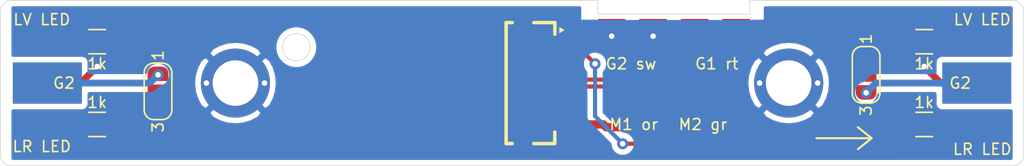
<source format=kicad_pcb>
(kicad_pcb (version 20171130) (host pcbnew "(5.1.10-1-10_14)")

  (general
    (thickness 1.6)
    (drawings 18)
    (tracks 96)
    (zones 0)
    (modules 23)
    (nets 16)
  )

  (page A4)
  (title_block
    (title "Minitrix 2959 mtc14-Platine")
    (date 2022-10-04)
    (rev 1.0)
    (company TMO)
    (comment 1 "Platine mit mtc14-Schnittstelle")
    (comment 2 "Minitrix Lok V160 Spur N")
  )

  (layers
    (0 F.Cu signal)
    (31 B.Cu signal)
    (32 B.Adhes user)
    (33 F.Adhes user)
    (34 B.Paste user)
    (35 F.Paste user)
    (36 B.SilkS user)
    (37 F.SilkS user)
    (38 B.Mask user)
    (39 F.Mask user)
    (40 Dwgs.User user)
    (41 Cmts.User user)
    (42 Eco1.User user)
    (43 Eco2.User user)
    (44 Edge.Cuts user)
    (45 Margin user)
    (46 B.CrtYd user)
    (47 F.CrtYd user)
    (48 B.Fab user)
    (49 F.Fab user)
  )

  (setup
    (last_trace_width 0.25)
    (user_trace_width 0.3)
    (user_trace_width 0.5)
    (user_trace_width 0.6)
    (trace_clearance 0.2)
    (zone_clearance 0.4)
    (zone_45_only no)
    (trace_min 0.2)
    (via_size 0.8)
    (via_drill 0.4)
    (via_min_size 0.4)
    (via_min_drill 0.3)
    (uvia_size 0.3)
    (uvia_drill 0.1)
    (uvias_allowed no)
    (uvia_min_size 0.2)
    (uvia_min_drill 0.1)
    (edge_width 0.05)
    (segment_width 0.2)
    (pcb_text_width 0.3)
    (pcb_text_size 1.5 1.5)
    (mod_edge_width 0.12)
    (mod_text_size 1 1)
    (mod_text_width 0.15)
    (pad_size 2 2.5)
    (pad_drill 0)
    (pad_to_mask_clearance 0)
    (aux_axis_origin 0 0)
    (visible_elements FFFFFF7F)
    (pcbplotparams
      (layerselection 0x010fc_ffffffff)
      (usegerberextensions true)
      (usegerberattributes true)
      (usegerberadvancedattributes true)
      (creategerberjobfile false)
      (excludeedgelayer true)
      (linewidth 0.150000)
      (plotframeref false)
      (viasonmask false)
      (mode 1)
      (useauxorigin false)
      (hpglpennumber 1)
      (hpglpenspeed 20)
      (hpglpendiameter 15.000000)
      (psnegative false)
      (psa4output false)
      (plotreference true)
      (plotvalue true)
      (plotinvisibletext false)
      (padsonsilk false)
      (subtractmaskfromsilk true)
      (outputformat 1)
      (mirror false)
      (drillshape 0)
      (scaleselection 1)
      (outputdirectory "gerber/"))
  )

  (net 0 "")
  (net 1 G2)
  (net 2 G1)
  (net 3 LR)
  (net 4 GND)
  (net 5 M1)
  (net 6 M2)
  (net 7 LV)
  (net 8 "Net-(J31-Pad1)")
  (net 9 "Net-(J32-Pad1)")
  (net 10 "Net-(J34-Pad1)")
  (net 11 "Net-(J41-Pad1)")
  (net 12 "Net-(J42-Pad1)")
  (net 13 "Net-(J44-Pad1)")
  (net 14 "Net-(JP1-Pad1)")
  (net 15 "Net-(JP2-Pad3)")

  (net_class Default "This is the default net class."
    (clearance 0.2)
    (trace_width 0.25)
    (via_dia 0.8)
    (via_drill 0.4)
    (uvia_dia 0.3)
    (uvia_drill 0.1)
    (add_net G1)
    (add_net G2)
    (add_net GND)
    (add_net LR)
    (add_net LV)
    (add_net M1)
    (add_net M2)
    (add_net "Net-(J31-Pad1)")
    (add_net "Net-(J32-Pad1)")
    (add_net "Net-(J34-Pad1)")
    (add_net "Net-(J41-Pad1)")
    (add_net "Net-(J42-Pad1)")
    (add_net "Net-(J44-Pad1)")
    (add_net "Net-(JP1-Pad1)")
    (add_net "Net-(JP2-Pad3)")
  )

  (module "TMO:FPC-SMD_14P-P0.5_HDGC_0.5K-QX-14PWB_HandSoldering_(mtc14)" (layer F.Cu) (tedit 6335D40C) (tstamp 633C6B07)
    (at 114.2 86 270)
    (descr "HDGC FFC/FPC connector, 0.5K-QX-14PWB, 14 Pins per row, pitch 0.5, HandSoldering_(mtc14)")
    (tags "connector FFC FPC HDGC")
    (path /633C3DFF)
    (attr smd)
    (fp_text reference J1 (at -0.075 -3.3 90) (layer F.SilkS) hide
      (effects (font (size 1 1) (thickness 0.15)))
    )
    (fp_text value mtc14 (at -0.075 4 90) (layer F.Fab) hide
      (effects (font (size 1 1) (thickness 0.15)))
    )
    (fp_line (start 4.385 0.622) (end 4.385 -0.889) (layer F.SilkS) (width 0.254))
    (fp_line (start 4.385 -0.889) (end 3.556 -0.889) (layer F.SilkS) (width 0.254))
    (fp_line (start 4.385 2.628) (end 4.385 2.188) (layer F.SilkS) (width 0.254))
    (fp_line (start 4.385 2.628) (end -4.385 2.628) (layer F.SilkS) (width 0.254))
    (fp_line (start -4.385 0.622) (end -4.385 -0.897) (layer F.SilkS) (width 0.254))
    (fp_line (start -4.385 -0.897) (end -3.54 -0.897) (layer F.SilkS) (width 0.254))
    (fp_line (start -4.385 2.628) (end -4.385 2.188) (layer F.SilkS) (width 0.254))
    (fp_poly (pts (xy -4.068 -1.215) (xy -3.85 -1.596) (xy -3.596 -1.215) (xy -4.068 -1.215)) (layer F.SilkS) (width 0))
    (fp_poly (pts (xy -4.119 -1.126) (xy -3.901 -1.507) (xy -3.647 -1.126) (xy -4.119 -1.126)) (layer Cmts.User) (width 0))
    (fp_text user gge385 (at 0 0 90) (layer Cmts.User) hide
      (effects (font (size 1 1) (thickness 0.15)))
    )
    (pad 16 smd rect (at -4.5 1.405 270) (size 1.1 1.15) (layers F.Cu F.Paste F.Mask))
    (pad 15 smd rect (at 4.5 1.405 270) (size 1.1 1.15) (layers F.Cu F.Paste F.Mask))
    (pad 14 smd rect (at 3.25 -1.705 270) (size 0.3 1.25) (layers F.Cu F.Paste F.Mask)
      (net 2 G1))
    (pad 13 smd rect (at 2.75 -1.705 270) (size 0.3 1.25) (layers F.Cu F.Paste F.Mask)
      (net 2 G1))
    (pad 12 smd rect (at 2.25 -1.705 270) (size 0.3 1.25) (layers F.Cu F.Paste F.Mask)
      (net 3 LR))
    (pad 11 smd rect (at 1.75 -1.705 270) (size 0.3 1.25) (layers F.Cu F.Paste F.Mask))
    (pad 10 smd rect (at 1.25 -1.705 270) (size 0.3 1.25) (layers F.Cu F.Paste F.Mask))
    (pad 9 smd rect (at 0.75 -1.705 270) (size 0.3 1.25) (layers F.Cu F.Paste F.Mask)
      (net 4 GND))
    (pad 8 smd rect (at 0.25 -1.705 270) (size 0.3 1.25) (layers F.Cu F.Paste F.Mask)
      (net 5 M1))
    (pad 7 smd rect (at -0.25 -1.705 270) (size 0.3 1.25) (layers F.Cu F.Paste F.Mask)
      (net 6 M2))
    (pad 6 smd rect (at -0.75 -1.705 270) (size 0.3 1.25) (layers F.Cu F.Paste F.Mask)
      (net 4 GND))
    (pad 5 smd rect (at -1.25 -1.705 270) (size 0.3 1.25) (layers F.Cu F.Paste F.Mask))
    (pad 4 smd rect (at -1.75 -1.705 270) (size 0.3 1.25) (layers F.Cu F.Paste F.Mask))
    (pad 3 smd rect (at -2.25 -1.705 270) (size 0.3 1.25) (layers F.Cu F.Paste F.Mask)
      (net 7 LV))
    (pad 2 smd rect (at -2.75 -1.705 270) (size 0.3 1.25) (layers F.Cu F.Paste F.Mask)
      (net 1 G2))
    (pad 1 smd rect (at -3.25 -1.7 270) (size 0.3 1.25) (layers F.Cu F.Paste F.Mask)
      (net 1 G2))
  )

  (module Measurement_Points:Measurement_Point_Square-SMD-Pad_Big (layer B.Cu) (tedit 633C817D) (tstamp 633C7A9D)
    (at 145.6 86)
    (descr "Mesurement Point, Square, SMD Pad,  3mm x 3mm,")
    (tags "Mesurement Point Square SMD Pad 3x3mm")
    (path /633D5EB9)
    (attr virtual)
    (fp_text reference J31 (at 0 3) (layer B.SilkS) hide
      (effects (font (size 1 1) (thickness 0.15)) (justify mirror))
    )
    (fp_text value "LV Lampe vorne" (at 0 -3) (layer B.Fab) hide
      (effects (font (size 1 1) (thickness 0.15)) (justify mirror))
    )
    (fp_line (start -1.75 1.75) (end 1.75 1.75) (layer B.CrtYd) (width 0.05))
    (fp_line (start 1.75 1.75) (end 1.75 -1.75) (layer B.CrtYd) (width 0.05))
    (fp_line (start 1.75 -1.75) (end -1.75 -1.75) (layer B.CrtYd) (width 0.05))
    (fp_line (start -1.75 -1.75) (end -1.75 1.75) (layer B.CrtYd) (width 0.05))
    (pad 1 smd rect (at 0 0) (size 5 3) (layers B.Cu B.Mask)
      (net 8 "Net-(J31-Pad1)"))
  )

  (module Measurement_Points:Measurement_Point_Square-SMD-Pad_Big (layer B.Cu) (tedit 633C8139) (tstamp 633C6B6A)
    (at 78.4 86)
    (descr "Mesurement Point, Square, SMD Pad,  3mm x 3mm,")
    (tags "Mesurement Point Square SMD Pad 3x3mm")
    (path /633D63DF)
    (attr virtual)
    (fp_text reference J41 (at 0 3) (layer B.SilkS) hide
      (effects (font (size 1 1) (thickness 0.15)) (justify mirror))
    )
    (fp_text value "LR Lampe hinten" (at 0 -3) (layer B.Fab) hide
      (effects (font (size 1 1) (thickness 0.15)) (justify mirror))
    )
    (fp_line (start -1.75 -1.75) (end -1.75 1.75) (layer B.CrtYd) (width 0.05))
    (fp_line (start 1.75 -1.75) (end -1.75 -1.75) (layer B.CrtYd) (width 0.05))
    (fp_line (start 1.75 1.75) (end 1.75 -1.75) (layer B.CrtYd) (width 0.05))
    (fp_line (start -1.75 1.75) (end 1.75 1.75) (layer B.CrtYd) (width 0.05))
    (pad 1 smd rect (at 0 0) (size 5 3) (layers B.Cu B.Mask)
      (net 11 "Net-(J41-Pad1)"))
  )

  (module Jumper:SolderJumper-3_P1.3mm_Open_RoundedPad1.0x1.5mm_NumberLabels (layer F.Cu) (tedit 5B391ED1) (tstamp 633C6B9A)
    (at 137.6 85.4 270)
    (descr "SMD Solder 3-pad Jumper, 1x1.5mm rounded Pads, 0.3mm gap, open, labeled with numbers")
    (tags "solder jumper open")
    (path /633D50CD)
    (attr virtual)
    (fp_text reference JP1 (at 0 -1.8 90) (layer F.SilkS) hide
      (effects (font (size 1 1) (thickness 0.15)))
    )
    (fp_text value SolderJumper_2_Open (at 0 1.9 90) (layer F.Fab) hide
      (effects (font (size 1 1) (thickness 0.15)))
    )
    (fp_line (start 2.3 1.25) (end -2.3 1.25) (layer F.CrtYd) (width 0.05))
    (fp_line (start 2.3 1.25) (end 2.3 -1.25) (layer F.CrtYd) (width 0.05))
    (fp_line (start -2.3 -1.25) (end -2.3 1.25) (layer F.CrtYd) (width 0.05))
    (fp_line (start -2.3 -1.25) (end 2.3 -1.25) (layer F.CrtYd) (width 0.05))
    (fp_line (start -1.4 -1) (end 1.4 -1) (layer F.SilkS) (width 0.12))
    (fp_line (start 2.05 -0.3) (end 2.05 0.3) (layer F.SilkS) (width 0.12))
    (fp_line (start 1.4 1) (end -1.4 1) (layer F.SilkS) (width 0.12))
    (fp_line (start -2.05 0.3) (end -2.05 -0.3) (layer F.SilkS) (width 0.12))
    (fp_text user 3 (at 2.6 0 90) (layer F.SilkS)
      (effects (font (size 0.8 0.8) (thickness 0.12)))
    )
    (fp_text user 1 (at -2.6 0 90) (layer F.SilkS)
      (effects (font (size 0.8 0.8) (thickness 0.12)))
    )
    (fp_arc (start 1.35 -0.3) (end 2.05 -0.3) (angle -90) (layer F.SilkS) (width 0.12))
    (fp_arc (start 1.35 0.3) (end 1.35 1) (angle -90) (layer F.SilkS) (width 0.12))
    (fp_arc (start -1.35 0.3) (end -2.05 0.3) (angle -90) (layer F.SilkS) (width 0.12))
    (fp_arc (start -1.35 -0.3) (end -1.35 -1) (angle -90) (layer F.SilkS) (width 0.12))
    (pad 1 smd custom (at -1.3 0 270) (size 1 0.5) (layers F.Cu F.Mask)
      (net 14 "Net-(JP1-Pad1)") (zone_connect 2)
      (options (clearance outline) (anchor rect))
      (primitives
        (gr_circle (center 0 0.25) (end 0.5 0.25) (width 0))
        (gr_circle (center 0 -0.25) (end 0.5 -0.25) (width 0))
        (gr_poly (pts
           (xy 0.55 -0.75) (xy 0 -0.75) (xy 0 0.75) (xy 0.55 0.75)) (width 0))
      ))
    (pad 3 smd custom (at 1.3 0 270) (size 1 0.5) (layers F.Cu F.Mask)
      (net 8 "Net-(J31-Pad1)") (zone_connect 2)
      (options (clearance outline) (anchor rect))
      (primitives
        (gr_circle (center 0 0.25) (end 0.5 0.25) (width 0))
        (gr_circle (center 0 -0.25) (end 0.5 -0.25) (width 0))
        (gr_poly (pts
           (xy -0.55 -0.75) (xy 0 -0.75) (xy 0 0.75) (xy -0.55 0.75)) (width 0))
      ))
    (pad 2 smd rect (at 0 0 270) (size 1 1.5) (layers F.Cu F.Mask)
      (net 7 LV))
  )

  (module Jumper:SolderJumper-3_P1.3mm_Open_RoundedPad1.0x1.5mm_NumberLabels (layer F.Cu) (tedit 5B391ED1) (tstamp 633DBB0A)
    (at 86.4 86.6 270)
    (descr "SMD Solder 3-pad Jumper, 1x1.5mm rounded Pads, 0.3mm gap, open, labeled with numbers")
    (tags "solder jumper open")
    (path /633D5A04)
    (attr virtual)
    (fp_text reference JP2 (at 0 -1.8 90) (layer F.SilkS) hide
      (effects (font (size 1 1) (thickness 0.15)))
    )
    (fp_text value SolderJumper_2_Open (at 0 1.9 90) (layer F.Fab) hide
      (effects (font (size 1 1) (thickness 0.15)))
    )
    (fp_line (start -2.05 0.3) (end -2.05 -0.3) (layer F.SilkS) (width 0.12))
    (fp_line (start 1.4 1) (end -1.4 1) (layer F.SilkS) (width 0.12))
    (fp_line (start 2.05 -0.3) (end 2.05 0.3) (layer F.SilkS) (width 0.12))
    (fp_line (start -1.4 -1) (end 1.4 -1) (layer F.SilkS) (width 0.12))
    (fp_line (start -2.3 -1.25) (end 2.3 -1.25) (layer F.CrtYd) (width 0.05))
    (fp_line (start -2.3 -1.25) (end -2.3 1.25) (layer F.CrtYd) (width 0.05))
    (fp_line (start 2.3 1.25) (end 2.3 -1.25) (layer F.CrtYd) (width 0.05))
    (fp_line (start 2.3 1.25) (end -2.3 1.25) (layer F.CrtYd) (width 0.05))
    (fp_arc (start -1.35 -0.3) (end -1.35 -1) (angle -90) (layer F.SilkS) (width 0.12))
    (fp_arc (start -1.35 0.3) (end -2.05 0.3) (angle -90) (layer F.SilkS) (width 0.12))
    (fp_arc (start 1.35 0.3) (end 1.35 1) (angle -90) (layer F.SilkS) (width 0.12))
    (fp_arc (start 1.35 -0.3) (end 2.05 -0.3) (angle -90) (layer F.SilkS) (width 0.12))
    (fp_text user 1 (at -2.6 0 90) (layer F.SilkS)
      (effects (font (size 0.8 0.8) (thickness 0.12)))
    )
    (fp_text user 3 (at 2.6 0 90) (layer F.SilkS)
      (effects (font (size 0.8 0.8) (thickness 0.12)))
    )
    (pad 2 smd rect (at 0 0 270) (size 1 1.5) (layers F.Cu F.Mask)
      (net 3 LR))
    (pad 3 smd custom (at 1.3 0 270) (size 1 0.5) (layers F.Cu F.Mask)
      (net 15 "Net-(JP2-Pad3)") (zone_connect 2)
      (options (clearance outline) (anchor rect))
      (primitives
        (gr_circle (center 0 0.25) (end 0.5 0.25) (width 0))
        (gr_circle (center 0 -0.25) (end 0.5 -0.25) (width 0))
        (gr_poly (pts
           (xy -0.55 -0.75) (xy 0 -0.75) (xy 0 0.75) (xy -0.55 0.75)) (width 0))
      ))
    (pad 1 smd custom (at -1.3 0 270) (size 1 0.5) (layers F.Cu F.Mask)
      (net 11 "Net-(J41-Pad1)") (zone_connect 2)
      (options (clearance outline) (anchor rect))
      (primitives
        (gr_circle (center 0 0.25) (end 0.5 0.25) (width 0))
        (gr_circle (center 0 -0.25) (end 0.5 -0.25) (width 0))
        (gr_poly (pts
           (xy 0.55 -0.75) (xy 0 -0.75) (xy 0 0.75) (xy 0.55 0.75)) (width 0))
      ))
  )

  (module Resistors_SMD:R_0805_HandSoldering (layer F.Cu) (tedit 58E0A804) (tstamp 633C6BC0)
    (at 141.8 83)
    (descr "Resistor SMD 0805, hand soldering")
    (tags "resistor 0805")
    (path /633CFC27)
    (attr smd)
    (fp_text reference R1 (at 0 -1.7) (layer F.SilkS) hide
      (effects (font (size 1 1) (thickness 0.15)))
    )
    (fp_text value 1k (at 0 1.6) (layer F.SilkS)
      (effects (font (size 0.8 0.8) (thickness 0.12)))
    )
    (fp_line (start -1 0.62) (end -1 -0.62) (layer F.Fab) (width 0.1))
    (fp_line (start 1 0.62) (end -1 0.62) (layer F.Fab) (width 0.1))
    (fp_line (start 1 -0.62) (end 1 0.62) (layer F.Fab) (width 0.1))
    (fp_line (start -1 -0.62) (end 1 -0.62) (layer F.Fab) (width 0.1))
    (fp_line (start 0.6 0.88) (end -0.6 0.88) (layer F.SilkS) (width 0.12))
    (fp_line (start -0.6 -0.88) (end 0.6 -0.88) (layer F.SilkS) (width 0.12))
    (fp_line (start -2.35 -0.9) (end 2.35 -0.9) (layer F.CrtYd) (width 0.05))
    (fp_line (start -2.35 -0.9) (end -2.35 0.9) (layer F.CrtYd) (width 0.05))
    (fp_line (start 2.35 0.9) (end 2.35 -0.9) (layer F.CrtYd) (width 0.05))
    (fp_line (start 2.35 0.9) (end -2.35 0.9) (layer F.CrtYd) (width 0.05))
    (fp_text user %R (at 0 0) (layer F.Fab)
      (effects (font (size 0.5 0.5) (thickness 0.075)))
    )
    (pad 2 smd rect (at 1.35 0) (size 1.5 1.3) (layers F.Cu F.Paste F.Mask)
      (net 9 "Net-(J32-Pad1)"))
    (pad 1 smd rect (at -1.35 0) (size 1.5 1.3) (layers F.Cu F.Paste F.Mask)
      (net 14 "Net-(JP1-Pad1)"))
    (model ${KISYS3DMOD}/Resistors_SMD.3dshapes/R_0805.wrl
      (at (xyz 0 0 0))
      (scale (xyz 1 1 1))
      (rotate (xyz 0 0 0))
    )
  )

  (module Resistors_SMD:R_0805_HandSoldering (layer F.Cu) (tedit 58E0A804) (tstamp 633C6BD1)
    (at 141.8 89)
    (descr "Resistor SMD 0805, hand soldering")
    (tags "resistor 0805")
    (path /633D02F5)
    (attr smd)
    (fp_text reference R2 (at 0 -1.7) (layer F.SilkS) hide
      (effects (font (size 1 1) (thickness 0.15)))
    )
    (fp_text value 1k (at 0 -1.6) (layer F.SilkS)
      (effects (font (size 0.8 0.8) (thickness 0.12)))
    )
    (fp_line (start 2.35 0.9) (end -2.35 0.9) (layer F.CrtYd) (width 0.05))
    (fp_line (start 2.35 0.9) (end 2.35 -0.9) (layer F.CrtYd) (width 0.05))
    (fp_line (start -2.35 -0.9) (end -2.35 0.9) (layer F.CrtYd) (width 0.05))
    (fp_line (start -2.35 -0.9) (end 2.35 -0.9) (layer F.CrtYd) (width 0.05))
    (fp_line (start -0.6 -0.88) (end 0.6 -0.88) (layer F.SilkS) (width 0.12))
    (fp_line (start 0.6 0.88) (end -0.6 0.88) (layer F.SilkS) (width 0.12))
    (fp_line (start -1 -0.62) (end 1 -0.62) (layer F.Fab) (width 0.1))
    (fp_line (start 1 -0.62) (end 1 0.62) (layer F.Fab) (width 0.1))
    (fp_line (start 1 0.62) (end -1 0.62) (layer F.Fab) (width 0.1))
    (fp_line (start -1 0.62) (end -1 -0.62) (layer F.Fab) (width 0.1))
    (fp_text user %R (at 0 0) (layer F.Fab)
      (effects (font (size 0.5 0.5) (thickness 0.075)))
    )
    (pad 1 smd rect (at -1.35 0) (size 1.5 1.3) (layers F.Cu F.Paste F.Mask)
      (net 3 LR))
    (pad 2 smd rect (at 1.35 0) (size 1.5 1.3) (layers F.Cu F.Paste F.Mask)
      (net 10 "Net-(J34-Pad1)"))
    (model ${KISYS3DMOD}/Resistors_SMD.3dshapes/R_0805.wrl
      (at (xyz 0 0 0))
      (scale (xyz 1 1 1))
      (rotate (xyz 0 0 0))
    )
  )

  (module Resistors_SMD:R_0805_HandSoldering (layer F.Cu) (tedit 58E0A804) (tstamp 633C6BE2)
    (at 82 89 180)
    (descr "Resistor SMD 0805, hand soldering")
    (tags "resistor 0805")
    (path /633D0C8F)
    (attr smd)
    (fp_text reference R3 (at 0 -1.7) (layer F.SilkS) hide
      (effects (font (size 1 1) (thickness 0.15)))
    )
    (fp_text value 1k (at 0 1.6) (layer F.SilkS)
      (effects (font (size 0.8 0.8) (thickness 0.12)))
    )
    (fp_line (start -1 0.62) (end -1 -0.62) (layer F.Fab) (width 0.1))
    (fp_line (start 1 0.62) (end -1 0.62) (layer F.Fab) (width 0.1))
    (fp_line (start 1 -0.62) (end 1 0.62) (layer F.Fab) (width 0.1))
    (fp_line (start -1 -0.62) (end 1 -0.62) (layer F.Fab) (width 0.1))
    (fp_line (start 0.6 0.88) (end -0.6 0.88) (layer F.SilkS) (width 0.12))
    (fp_line (start -0.6 -0.88) (end 0.6 -0.88) (layer F.SilkS) (width 0.12))
    (fp_line (start -2.35 -0.9) (end 2.35 -0.9) (layer F.CrtYd) (width 0.05))
    (fp_line (start -2.35 -0.9) (end -2.35 0.9) (layer F.CrtYd) (width 0.05))
    (fp_line (start 2.35 0.9) (end 2.35 -0.9) (layer F.CrtYd) (width 0.05))
    (fp_line (start 2.35 0.9) (end -2.35 0.9) (layer F.CrtYd) (width 0.05))
    (fp_text user %R (at 0 0) (layer F.Fab)
      (effects (font (size 0.5 0.5) (thickness 0.075)))
    )
    (pad 2 smd rect (at 1.35 0 180) (size 1.5 1.3) (layers F.Cu F.Paste F.Mask)
      (net 12 "Net-(J42-Pad1)"))
    (pad 1 smd rect (at -1.35 0 180) (size 1.5 1.3) (layers F.Cu F.Paste F.Mask)
      (net 15 "Net-(JP2-Pad3)"))
    (model ${KISYS3DMOD}/Resistors_SMD.3dshapes/R_0805.wrl
      (at (xyz 0 0 0))
      (scale (xyz 1 1 1))
      (rotate (xyz 0 0 0))
    )
  )

  (module Resistors_SMD:R_0805_HandSoldering (layer F.Cu) (tedit 58E0A804) (tstamp 633C6BF3)
    (at 82 83 180)
    (descr "Resistor SMD 0805, hand soldering")
    (tags "resistor 0805")
    (path /633D1016)
    (attr smd)
    (fp_text reference R4 (at 0 -1.7) (layer F.SilkS) hide
      (effects (font (size 1 1) (thickness 0.15)))
    )
    (fp_text value 1k (at 0 -1.6) (layer F.SilkS)
      (effects (font (size 0.8 0.8) (thickness 0.12)))
    )
    (fp_line (start 2.35 0.9) (end -2.35 0.9) (layer F.CrtYd) (width 0.05))
    (fp_line (start 2.35 0.9) (end 2.35 -0.9) (layer F.CrtYd) (width 0.05))
    (fp_line (start -2.35 -0.9) (end -2.35 0.9) (layer F.CrtYd) (width 0.05))
    (fp_line (start -2.35 -0.9) (end 2.35 -0.9) (layer F.CrtYd) (width 0.05))
    (fp_line (start -0.6 -0.88) (end 0.6 -0.88) (layer F.SilkS) (width 0.12))
    (fp_line (start 0.6 0.88) (end -0.6 0.88) (layer F.SilkS) (width 0.12))
    (fp_line (start -1 -0.62) (end 1 -0.62) (layer F.Fab) (width 0.1))
    (fp_line (start 1 -0.62) (end 1 0.62) (layer F.Fab) (width 0.1))
    (fp_line (start 1 0.62) (end -1 0.62) (layer F.Fab) (width 0.1))
    (fp_line (start -1 0.62) (end -1 -0.62) (layer F.Fab) (width 0.1))
    (fp_text user %R (at 0 0) (layer F.Fab)
      (effects (font (size 0.5 0.5) (thickness 0.075)))
    )
    (pad 1 smd rect (at -1.35 0 180) (size 1.5 1.3) (layers F.Cu F.Paste F.Mask)
      (net 7 LV))
    (pad 2 smd rect (at 1.35 0 180) (size 1.5 1.3) (layers F.Cu F.Paste F.Mask)
      (net 13 "Net-(J44-Pad1)"))
    (model ${KISYS3DMOD}/Resistors_SMD.3dshapes/R_0805.wrl
      (at (xyz 0 0 0))
      (scale (xyz 1 1 1))
      (rotate (xyz 0 0 0))
    )
  )

  (module Measurement_Points:Measurement_Point_Square-SMD-Pad_Small (layer F.Cu) (tedit 633C8E8A) (tstamp 633C6FBF)
    (at 125.2 82.6)
    (descr "Mesurement Point, Square, SMD Pad,  1.5mm x 1.5mm,")
    (tags "Mesurement Point Square SMD Pad 1.5x1.5mm")
    (path /6341BB84)
    (attr virtual)
    (fp_text reference J11 (at 0 -2) (layer F.SilkS) hide
      (effects (font (size 1 1) (thickness 0.15)))
    )
    (fp_text value "G1 rt" (at 1.6 2) (layer F.SilkS)
      (effects (font (size 0.8 0.8) (thickness 0.12)))
    )
    (fp_line (start -1 -1) (end 1 -1) (layer F.CrtYd) (width 0.05))
    (fp_line (start 1 -1) (end 1 1) (layer F.CrtYd) (width 0.05))
    (fp_line (start 1 1) (end -1 1) (layer F.CrtYd) (width 0.05))
    (fp_line (start -1 1) (end -1 -1) (layer F.CrtYd) (width 0.05))
    (pad 1 smd rect (at 0 0) (size 2 2.5) (layers F.Cu F.Mask)
      (net 2 G1))
  )

  (module Measurement_Points:Measurement_Point_Square-SMD-Pad_Small (layer F.Cu) (tedit 633C8E90) (tstamp 633C6FC7)
    (at 128.2 82.6)
    (descr "Mesurement Point, Square, SMD Pad,  1.5mm x 1.5mm,")
    (tags "Mesurement Point Square SMD Pad 1.5x1.5mm")
    (path /633CE0BC)
    (attr virtual)
    (fp_text reference J12 (at 0 -2) (layer F.SilkS) hide
      (effects (font (size 1 1) (thickness 0.15)))
    )
    (fp_text value "G1 rt" (at 0 2) (layer F.Fab) hide
      (effects (font (size 1 1) (thickness 0.15)))
    )
    (fp_line (start -1 -1) (end 1 -1) (layer F.CrtYd) (width 0.05))
    (fp_line (start 1 -1) (end 1 1) (layer F.CrtYd) (width 0.05))
    (fp_line (start 1 1) (end -1 1) (layer F.CrtYd) (width 0.05))
    (fp_line (start -1 1) (end -1 -1) (layer F.CrtYd) (width 0.05))
    (pad 1 smd rect (at 0 0) (size 2 2.5) (layers F.Cu F.Mask)
      (net 2 G1))
  )

  (module Measurement_Points:Measurement_Point_Square-SMD-Pad_Small (layer F.Cu) (tedit 633C8E7D) (tstamp 633C6FCF)
    (at 119.2 82.6)
    (descr "Mesurement Point, Square, SMD Pad,  1.5mm x 1.5mm,")
    (tags "Mesurement Point Square SMD Pad 1.5x1.5mm")
    (path /633CDA40)
    (attr virtual)
    (fp_text reference J13 (at 0 -2) (layer F.SilkS) hide
      (effects (font (size 1 1) (thickness 0.15)))
    )
    (fp_text value "G2 sw" (at 1.4 2) (layer F.SilkS)
      (effects (font (size 0.8 0.8) (thickness 0.12)))
    )
    (fp_line (start -1 1) (end -1 -1) (layer F.CrtYd) (width 0.05))
    (fp_line (start 1 1) (end -1 1) (layer F.CrtYd) (width 0.05))
    (fp_line (start 1 -1) (end 1 1) (layer F.CrtYd) (width 0.05))
    (fp_line (start -1 -1) (end 1 -1) (layer F.CrtYd) (width 0.05))
    (pad 1 smd rect (at 0 0) (size 2 2.5) (layers F.Cu F.Mask)
      (net 1 G2))
  )

  (module Measurement_Points:Measurement_Point_Square-SMD-Pad_Small (layer F.Cu) (tedit 633C8E83) (tstamp 633C6FD7)
    (at 122.2 82.6)
    (descr "Mesurement Point, Square, SMD Pad,  1.5mm x 1.5mm,")
    (tags "Mesurement Point Square SMD Pad 1.5x1.5mm")
    (path /6341A571)
    (attr virtual)
    (fp_text reference J14 (at 0 -2) (layer F.SilkS) hide
      (effects (font (size 1 1) (thickness 0.15)))
    )
    (fp_text value "G2 sw" (at 0 2) (layer F.Fab) hide
      (effects (font (size 1 1) (thickness 0.15)))
    )
    (fp_line (start -1 1) (end -1 -1) (layer F.CrtYd) (width 0.05))
    (fp_line (start 1 1) (end -1 1) (layer F.CrtYd) (width 0.05))
    (fp_line (start 1 -1) (end 1 1) (layer F.CrtYd) (width 0.05))
    (fp_line (start -1 -1) (end 1 -1) (layer F.CrtYd) (width 0.05))
    (pad 1 smd rect (at 0 0) (size 2 2.5) (layers F.Cu F.Mask)
      (net 1 G2))
  )

  (module Measurement_Points:Measurement_Point_Square-SMD-Pad_Small (layer F.Cu) (tedit 633C8B0D) (tstamp 633C6FDF)
    (at 121.4 87)
    (descr "Mesurement Point, Square, SMD Pad,  1.5mm x 1.5mm,")
    (tags "Mesurement Point Square SMD Pad 1.5x1.5mm")
    (path /633CD544)
    (attr virtual)
    (fp_text reference J21 (at 0 -2) (layer F.SilkS) hide
      (effects (font (size 1 1) (thickness 0.15)))
    )
    (fp_text value "M1 or" (at -0.6 2) (layer F.SilkS)
      (effects (font (size 0.8 0.8) (thickness 0.12)))
    )
    (fp_line (start -1 -1) (end 1 -1) (layer F.CrtYd) (width 0.05))
    (fp_line (start 1 -1) (end 1 1) (layer F.CrtYd) (width 0.05))
    (fp_line (start 1 1) (end -1 1) (layer F.CrtYd) (width 0.05))
    (fp_line (start -1 1) (end -1 -1) (layer F.CrtYd) (width 0.05))
    (pad 1 smd rect (at 0 0) (size 2.5 2.5) (layers F.Cu F.Mask)
      (net 5 M1))
  )

  (module Measurement_Points:Measurement_Point_Square-SMD-Pad_Small (layer F.Cu) (tedit 633C8B13) (tstamp 633C6FE7)
    (at 125.2 87)
    (descr "Mesurement Point, Square, SMD Pad,  1.5mm x 1.5mm,")
    (tags "Mesurement Point Square SMD Pad 1.5x1.5mm")
    (path /633CC612)
    (attr virtual)
    (fp_text reference J22 (at 0 -2) (layer F.SilkS) hide
      (effects (font (size 1 1) (thickness 0.15)))
    )
    (fp_text value "M2 gr" (at 0.6 2) (layer F.SilkS)
      (effects (font (size 0.8 0.8) (thickness 0.12)))
    )
    (fp_line (start -1 1) (end -1 -1) (layer F.CrtYd) (width 0.05))
    (fp_line (start 1 1) (end -1 1) (layer F.CrtYd) (width 0.05))
    (fp_line (start 1 -1) (end 1 1) (layer F.CrtYd) (width 0.05))
    (fp_line (start -1 -1) (end 1 -1) (layer F.CrtYd) (width 0.05))
    (pad 1 smd rect (at 0 0) (size 2.5 2.5) (layers F.Cu F.Mask)
      (net 6 M2))
  )

  (module Measurement_Points:Measurement_Point_Square-SMD-Pad_Small (layer F.Cu) (tedit 633C8E3B) (tstamp 633C6FEF)
    (at 146.8 83)
    (descr "Mesurement Point, Square, SMD Pad,  1.5mm x 1.5mm,")
    (tags "Mesurement Point Square SMD Pad 1.5x1.5mm")
    (path /633CE4A7)
    (attr virtual)
    (fp_text reference J32 (at 0 -2) (layer F.SilkS) hide
      (effects (font (size 1 1) (thickness 0.15)))
    )
    (fp_text value "LV LED" (at -0.8 -1.6) (layer F.SilkS)
      (effects (font (size 0.8 0.8) (thickness 0.12)))
    )
    (fp_line (start -1 1) (end -1 -1) (layer F.CrtYd) (width 0.05))
    (fp_line (start 1 1) (end -1 1) (layer F.CrtYd) (width 0.05))
    (fp_line (start 1 -1) (end 1 1) (layer F.CrtYd) (width 0.05))
    (fp_line (start -1 -1) (end 1 -1) (layer F.CrtYd) (width 0.05))
    (pad 1 smd rect (at 0 0) (size 2.5 2) (layers F.Cu F.Mask)
      (net 9 "Net-(J32-Pad1)"))
  )

  (module Measurement_Points:Measurement_Point_Square-SMD-Pad_Small (layer F.Cu) (tedit 633C8E50) (tstamp 633C6FF7)
    (at 146.8 86)
    (descr "Mesurement Point, Square, SMD Pad,  1.5mm x 1.5mm,")
    (tags "Mesurement Point Square SMD Pad 1.5x1.5mm")
    (path /633CE821)
    (attr virtual)
    (fp_text reference J33 (at 0 -2) (layer F.SilkS) hide
      (effects (font (size 1 1) (thickness 0.15)))
    )
    (fp_text value G2 (at -2.4 0) (layer F.SilkS)
      (effects (font (size 0.8 0.8) (thickness 0.12)))
    )
    (fp_line (start -1 -1) (end 1 -1) (layer F.CrtYd) (width 0.05))
    (fp_line (start 1 -1) (end 1 1) (layer F.CrtYd) (width 0.05))
    (fp_line (start 1 1) (end -1 1) (layer F.CrtYd) (width 0.05))
    (fp_line (start -1 1) (end -1 -1) (layer F.CrtYd) (width 0.05))
    (pad 1 smd rect (at 0 0) (size 2.5 2) (layers F.Cu F.Mask)
      (net 1 G2))
  )

  (module Measurement_Points:Measurement_Point_Square-SMD-Pad_Small (layer F.Cu) (tedit 633C8E45) (tstamp 633C6FFF)
    (at 146.8 89)
    (descr "Mesurement Point, Square, SMD Pad,  1.5mm x 1.5mm,")
    (tags "Mesurement Point Square SMD Pad 1.5x1.5mm")
    (path /633CEC0F)
    (attr virtual)
    (fp_text reference J34 (at 0 -2) (layer F.SilkS) hide
      (effects (font (size 1 1) (thickness 0.15)))
    )
    (fp_text value "LR LED" (at -0.8 1.8) (layer F.SilkS)
      (effects (font (size 0.8 0.8) (thickness 0.12)))
    )
    (fp_line (start -1 1) (end -1 -1) (layer F.CrtYd) (width 0.05))
    (fp_line (start 1 1) (end -1 1) (layer F.CrtYd) (width 0.05))
    (fp_line (start 1 -1) (end 1 1) (layer F.CrtYd) (width 0.05))
    (fp_line (start -1 -1) (end 1 -1) (layer F.CrtYd) (width 0.05))
    (pad 1 smd rect (at 0 0) (size 2.5 2) (layers F.Cu F.Mask)
      (net 10 "Net-(J34-Pad1)"))
  )

  (module Measurement_Points:Measurement_Point_Square-SMD-Pad_Small (layer F.Cu) (tedit 633C8E2A) (tstamp 633C7007)
    (at 77.2 89)
    (descr "Mesurement Point, Square, SMD Pad,  1.5mm x 1.5mm,")
    (tags "Mesurement Point Square SMD Pad 1.5x1.5mm")
    (path /633CEF14)
    (attr virtual)
    (fp_text reference J42 (at 0 -2) (layer F.SilkS) hide
      (effects (font (size 1 1) (thickness 0.15)))
    )
    (fp_text value "LR LED" (at 0.8 1.6) (layer F.SilkS)
      (effects (font (size 0.8 0.8) (thickness 0.12)))
    )
    (fp_line (start -1 -1) (end 1 -1) (layer F.CrtYd) (width 0.05))
    (fp_line (start 1 -1) (end 1 1) (layer F.CrtYd) (width 0.05))
    (fp_line (start 1 1) (end -1 1) (layer F.CrtYd) (width 0.05))
    (fp_line (start -1 1) (end -1 -1) (layer F.CrtYd) (width 0.05))
    (pad 1 smd rect (at 0 0) (size 2.5 2) (layers F.Cu F.Mask)
      (net 12 "Net-(J42-Pad1)"))
  )

  (module Measurement_Points:Measurement_Point_Square-SMD-Pad_Small (layer F.Cu) (tedit 633C8E22) (tstamp 633C700F)
    (at 77.2 86)
    (descr "Mesurement Point, Square, SMD Pad,  1.5mm x 1.5mm,")
    (tags "Mesurement Point Square SMD Pad 1.5x1.5mm")
    (path /633CF215)
    (attr virtual)
    (fp_text reference J43 (at 0 -2) (layer F.SilkS) hide
      (effects (font (size 1 1) (thickness 0.15)))
    )
    (fp_text value G2 (at 2.4 0) (layer F.SilkS)
      (effects (font (size 0.8 0.8) (thickness 0.12)))
    )
    (fp_line (start -1 1) (end -1 -1) (layer F.CrtYd) (width 0.05))
    (fp_line (start 1 1) (end -1 1) (layer F.CrtYd) (width 0.05))
    (fp_line (start 1 -1) (end 1 1) (layer F.CrtYd) (width 0.05))
    (fp_line (start -1 -1) (end 1 -1) (layer F.CrtYd) (width 0.05))
    (pad 1 smd rect (at 0 0) (size 2.5 2) (layers F.Cu F.Mask)
      (net 1 G2))
  )

  (module Measurement_Points:Measurement_Point_Square-SMD-Pad_Small (layer F.Cu) (tedit 633C8E18) (tstamp 633C7017)
    (at 77.2 83)
    (descr "Mesurement Point, Square, SMD Pad,  1.5mm x 1.5mm,")
    (tags "Mesurement Point Square SMD Pad 1.5x1.5mm")
    (path /633CF59B)
    (attr virtual)
    (fp_text reference J44 (at 0 -2) (layer F.SilkS) hide
      (effects (font (size 1 1) (thickness 0.15)))
    )
    (fp_text value "LV LED" (at 0.8 -1.6) (layer F.SilkS)
      (effects (font (size 0.8 0.8) (thickness 0.12)))
    )
    (fp_line (start -1 -1) (end 1 -1) (layer F.CrtYd) (width 0.05))
    (fp_line (start 1 -1) (end 1 1) (layer F.CrtYd) (width 0.05))
    (fp_line (start 1 1) (end -1 1) (layer F.CrtYd) (width 0.05))
    (fp_line (start -1 1) (end -1 -1) (layer F.CrtYd) (width 0.05))
    (pad 1 smd rect (at 0 0) (size 2.5 2) (layers F.Cu F.Mask)
      (net 13 "Net-(J44-Pad1)"))
  )

  (module TMO:MountingHole_3.3mm_Pad_5mm (layer F.Cu) (tedit 633C88EC) (tstamp 633C8AB9)
    (at 132 86)
    (descr "Mounting Hole 3.2mm, M3")
    (tags "mounting hole 3.2mm m3")
    (path /633C71DC)
    (attr virtual)
    (fp_text reference H1 (at 0 -4.2) (layer F.SilkS) hide
      (effects (font (size 0.8 0.8) (thickness 0.12)))
    )
    (fp_text value Chassis (at 0 4.2) (layer F.Fab) hide
      (effects (font (size 0.8 0.8) (thickness 0.12)))
    )
    (fp_circle (center 0 0) (end 2.5 0) (layer Cmts.User) (width 0.15))
    (fp_circle (center 0 0) (end 2.75 0) (layer F.CrtYd) (width 0.05))
    (fp_text user %R (at 0.3 0) (layer F.Fab)
      (effects (font (size 1 1) (thickness 0.15)))
    )
    (pad 1 thru_hole circle (at 0 0) (size 5 5) (drill 3.3) (layers *.Cu *.Mask)
      (net 1 G2))
  )

  (module TMO:MountingHole_3.3mm_Pad_5mm (layer F.Cu) (tedit 633C88EC) (tstamp 633C8AC0)
    (at 92 86)
    (descr "Mounting Hole 3.2mm, M3")
    (tags "mounting hole 3.2mm m3")
    (path /633C987F)
    (attr virtual)
    (fp_text reference H2 (at 0 -4.2) (layer F.SilkS) hide
      (effects (font (size 0.8 0.8) (thickness 0.12)))
    )
    (fp_text value Chassis (at 0 4.2) (layer F.Fab) hide
      (effects (font (size 0.8 0.8) (thickness 0.12)))
    )
    (fp_circle (center 0 0) (end 2.75 0) (layer F.CrtYd) (width 0.05))
    (fp_circle (center 0 0) (end 2.5 0) (layer Cmts.User) (width 0.15))
    (fp_text user %R (at 0.3 0) (layer F.Fab)
      (effects (font (size 1 1) (thickness 0.15)))
    )
    (pad 1 thru_hole circle (at 0 0) (size 5 5) (drill 3.3) (layers *.Cu *.Mask)
      (net 1 G2))
  )

  (gr_text "Minitrix 2959\nmtc14-Platine\n2022 TMO Rev 1.0" (at 101.8 88.4) (layer F.Cu) (tstamp 633C9136)
    (effects (font (size 1 1) (thickness 0.15)))
  )
  (gr_line (start 138 90) (end 137 90.8) (layer F.SilkS) (width 0.15))
  (gr_line (start 137 89.2) (end 138 90) (layer F.SilkS) (width 0.15) (tstamp 633C8B43))
  (gr_line (start 134 90) (end 138 90) (layer F.SilkS) (width 0.15))
  (gr_arc (start 148.2 80.8) (end 149 80.8) (angle -90) (layer Edge.Cuts) (width 0.05))
  (gr_arc (start 148.2 91.2) (end 148.2 92) (angle -90) (layer Edge.Cuts) (width 0.05))
  (gr_arc (start 75.8 91.2) (end 75 91.2) (angle -90) (layer Edge.Cuts) (width 0.05))
  (gr_arc (start 75.8 80.8) (end 75.8 80) (angle -90) (layer Edge.Cuts) (width 0.05))
  (gr_line (start 129.2 80) (end 148.2 80) (layer Edge.Cuts) (width 0.05) (tstamp 633C79A8))
  (gr_line (start 129.2 81) (end 129.2 80) (layer Edge.Cuts) (width 0.05))
  (gr_line (start 118.2 81) (end 129.2 81) (layer Edge.Cuts) (width 0.05))
  (gr_line (start 118.2 80) (end 118.2 81) (layer Edge.Cuts) (width 0.05))
  (gr_circle (center 96.4 83.4) (end 97.4 83.4) (layer Edge.Cuts) (width 0.05) (tstamp 633C795A))
  (gr_line (start 75 91.2) (end 75 80.8) (layer Edge.Cuts) (width 0.05) (tstamp 633C6DFB))
  (gr_line (start 148.2 92) (end 75.8 92) (layer Edge.Cuts) (width 0.05))
  (gr_line (start 149 80.8) (end 149 91.2) (layer Edge.Cuts) (width 0.05))
  (gr_line (start 86 80) (end 118.2 80) (layer Edge.Cuts) (width 0.05))
  (gr_line (start 75.8 80) (end 86 80) (layer Edge.Cuts) (width 0.05))

  (via (at 94.1 86) (size 0.8) (drill 0.4) (layers F.Cu B.Cu) (net 1) (status 30))
  (via (at 89.9 86) (size 0.8) (drill 0.4) (layers F.Cu B.Cu) (net 1) (status 30))
  (via (at 129.9 86) (size 0.8) (drill 0.4) (layers F.Cu B.Cu) (net 1) (status 30))
  (via (at 134.1 86) (size 0.8) (drill 0.4) (layers F.Cu B.Cu) (net 1) (status 30))
  (segment (start 115.905 82.755) (end 115.9 82.75) (width 0.25) (layer F.Cu) (net 1) (status 30))
  (segment (start 115.9 83.245) (end 115.905 83.25) (width 0.25) (layer F.Cu) (net 1) (status 30))
  (segment (start 119.2 82.6) (end 122.2 82.6) (width 1) (layer F.Cu) (net 1) (status 30))
  (via (at 122.2 82.6) (size 0.8) (drill 0.4) (layers F.Cu B.Cu) (net 1) (status 30))
  (via (at 119.2 82.6) (size 0.8) (drill 0.4) (layers F.Cu B.Cu) (net 1) (status 30))
  (via (at 82 84.8) (size 0.8) (drill 0.4) (layers F.Cu B.Cu) (net 1))
  (via (at 141.8 84.8) (size 0.8) (drill 0.4) (layers F.Cu B.Cu) (net 1))
  (segment (start 119.05 82.75) (end 119.2 82.6) (width 0.3) (layer F.Cu) (net 1))
  (segment (start 115.9 82.75) (end 119.05 82.75) (width 0.3) (layer F.Cu) (net 1))
  (segment (start 115.905 83.25) (end 116.95 83.25) (width 0.3) (layer F.Cu) (net 1))
  (segment (start 116.95 83.25) (end 117.2 83) (width 0.3) (layer F.Cu) (net 1))
  (segment (start 118.8 83) (end 119.2 82.6) (width 0.3) (layer F.Cu) (net 1))
  (segment (start 117.2 83) (end 118.8 83) (width 0.3) (layer F.Cu) (net 1))
  (segment (start 143 86) (end 141.8 84.8) (width 0.5) (layer F.Cu) (net 1))
  (segment (start 146.8 86) (end 143 86) (width 0.5) (layer F.Cu) (net 1))
  (segment (start 80.8 86) (end 82 84.8) (width 0.5) (layer F.Cu) (net 1))
  (segment (start 77.2 86) (end 80.8 86) (width 0.5) (layer F.Cu) (net 1))
  (segment (start 125.2 82.6) (end 128.2 82.6) (width 1) (layer F.Cu) (net 2) (status 30))
  (segment (start 115.905 88.75) (end 115.905 89.25) (width 0.3) (layer F.Cu) (net 2))
  (segment (start 127 89.2) (end 118.8 89.2) (width 0.6) (layer F.Cu) (net 2))
  (segment (start 128.2 88) (end 127 89.2) (width 0.6) (layer F.Cu) (net 2))
  (segment (start 118.6 89) (end 117.4 89) (width 0.6) (layer F.Cu) (net 2))
  (segment (start 118.8 89.2) (end 118.6 89) (width 0.6) (layer F.Cu) (net 2))
  (segment (start 128.2 82.6) (end 128.2 88) (width 0.6) (layer F.Cu) (net 2))
  (segment (start 117.15 88.75) (end 117.4 89) (width 0.3) (layer F.Cu) (net 2))
  (segment (start 115.905 88.75) (end 117.15 88.75) (width 0.3) (layer F.Cu) (net 2))
  (segment (start 117.15 89.25) (end 117.4 89) (width 0.3) (layer F.Cu) (net 2))
  (segment (start 115.905 89.25) (end 117.15 89.25) (width 0.3) (layer F.Cu) (net 2))
  (segment (start 115.85 88.25) (end 115.825001 88.225001) (width 0.25) (layer F.Cu) (net 3) (status 30))
  (segment (start 115.905 88.25) (end 115.85 88.25) (width 0.25) (layer F.Cu) (net 3) (status 30))
  (segment (start 115.905 88.25) (end 114.75 88.25) (width 0.3) (layer F.Cu) (net 3))
  (segment (start 114.4 90.8) (end 115 91.4) (width 0.3) (layer F.Cu) (net 3))
  (segment (start 139.4 91.4) (end 140.45 90.35) (width 0.3) (layer F.Cu) (net 3))
  (segment (start 140.45 90.35) (end 140.45 89) (width 0.3) (layer F.Cu) (net 3))
  (segment (start 114.4 88.6) (end 114.4 90.8) (width 0.3) (layer F.Cu) (net 3))
  (segment (start 115 91.4) (end 139.4 91.4) (width 0.3) (layer F.Cu) (net 3))
  (segment (start 114.75 88.25) (end 114.4 88.6) (width 0.3) (layer F.Cu) (net 3))
  (segment (start 87.625 86.6) (end 86.4 86.6) (width 0.3) (layer F.Cu) (net 3))
  (segment (start 88.4 85.825) (end 87.625 86.6) (width 0.3) (layer F.Cu) (net 3))
  (segment (start 88.4 83.2) (end 88.4 85.825) (width 0.3) (layer F.Cu) (net 3))
  (segment (start 89.8 81.8) (end 88.4 83.2) (width 0.3) (layer F.Cu) (net 3))
  (segment (start 97.64644 81.8) (end 89.8 81.8) (width 0.3) (layer F.Cu) (net 3))
  (segment (start 110.9 84.4) (end 100.24644 84.4) (width 0.3) (layer F.Cu) (net 3))
  (segment (start 100.24644 84.4) (end 97.64644 81.8) (width 0.3) (layer F.Cu) (net 3))
  (segment (start 114.75 88.25) (end 110.9 84.4) (width 0.3) (layer F.Cu) (net 3))
  (segment (start 114.4 85.6) (end 114.4 86.4) (width 0.3) (layer F.Cu) (net 4))
  (segment (start 114.75 86.75) (end 115.905 86.75) (width 0.3) (layer F.Cu) (net 4))
  (segment (start 114.4 86.4) (end 114.75 86.75) (width 0.3) (layer F.Cu) (net 4))
  (segment (start 114.75 85.25) (end 114.4 85.6) (width 0.3) (layer F.Cu) (net 4))
  (segment (start 115.905 85.25) (end 114.75 85.25) (width 0.3) (layer F.Cu) (net 4))
  (segment (start 115.905 86.25) (end 118.65 86.25) (width 0.3) (layer F.Cu) (net 5))
  (segment (start 118.65 86.25) (end 119.4 87) (width 0.3) (layer F.Cu) (net 5))
  (segment (start 119.4 87) (end 121.4 87) (width 0.3) (layer F.Cu) (net 5))
  (segment (start 115.95 85.75) (end 115.974999 85.774999) (width 0.25) (layer F.Cu) (net 6) (status 30))
  (segment (start 115.905 85.75) (end 115.95 85.75) (width 0.25) (layer F.Cu) (net 6) (status 30))
  (segment (start 124.2 84.8) (end 125.2 85.8) (width 0.3) (layer F.Cu) (net 6))
  (segment (start 119.549992 84.8) (end 124.2 84.8) (width 0.3) (layer F.Cu) (net 6))
  (segment (start 118.599992 85.75) (end 119.549992 84.8) (width 0.3) (layer F.Cu) (net 6))
  (segment (start 125.2 85.8) (end 125.2 87) (width 0.3) (layer F.Cu) (net 6))
  (segment (start 115.905 85.75) (end 118.599992 85.75) (width 0.3) (layer F.Cu) (net 6))
  (segment (start 115.85 83.75) (end 115.825001 83.774999) (width 0.25) (layer F.Cu) (net 7) (status 30))
  (segment (start 115.905 83.75) (end 115.85 83.75) (width 0.25) (layer F.Cu) (net 7) (status 30))
  (via (at 118 84.599999) (size 0.8) (drill 0.4) (layers F.Cu B.Cu) (net 7))
  (via (at 120.000002 90.4) (size 0.8) (drill 0.4) (layers F.Cu B.Cu) (net 7))
  (segment (start 117.150001 83.75) (end 118 84.599999) (width 0.3) (layer F.Cu) (net 7))
  (segment (start 115.905 83.75) (end 117.150001 83.75) (width 0.3) (layer F.Cu) (net 7))
  (segment (start 118 88.399998) (end 120.000002 90.4) (width 0.3) (layer B.Cu) (net 7))
  (segment (start 118 84.599999) (end 118 88.399998) (width 0.3) (layer B.Cu) (net 7))
  (segment (start 135.6 86.2) (end 136.4 85.4) (width 0.3) (layer F.Cu) (net 7))
  (segment (start 133.2 90.4) (end 135.6 88) (width 0.3) (layer F.Cu) (net 7))
  (segment (start 136.4 85.4) (end 137.6 85.4) (width 0.3) (layer F.Cu) (net 7))
  (segment (start 135.6 88) (end 135.6 86.2) (width 0.3) (layer F.Cu) (net 7))
  (segment (start 120.000002 90.4) (end 133.2 90.4) (width 0.3) (layer F.Cu) (net 7))
  (segment (start 100.55 83.75) (end 115.905 83.75) (width 0.3) (layer F.Cu) (net 7))
  (segment (start 83.35 81.85) (end 84 81.2) (width 0.3) (layer F.Cu) (net 7))
  (segment (start 98 81.2) (end 100.55 83.75) (width 0.3) (layer F.Cu) (net 7))
  (segment (start 84 81.2) (end 98 81.2) (width 0.3) (layer F.Cu) (net 7))
  (segment (start 83.35 83) (end 83.35 81.85) (width 0.3) (layer F.Cu) (net 7))
  (via (at 137.6 86.7) (size 0.8) (drill 0.4) (layers F.Cu B.Cu) (net 8) (status 30))
  (segment (start 138.3 86) (end 137.6 86.7) (width 0.5) (layer B.Cu) (net 8))
  (segment (start 145.6 86) (end 138.3 86) (width 0.5) (layer B.Cu) (net 8))
  (segment (start 143.15 83) (end 146.8 83) (width 0.5) (layer F.Cu) (net 9))
  (segment (start 143.15 89) (end 146.8 89) (width 0.5) (layer F.Cu) (net 10))
  (via (at 86.4 85.4) (size 0.8) (drill 0.4) (layers F.Cu B.Cu) (net 11) (status 30))
  (segment (start 85.8 86) (end 86.4 85.4) (width 0.5) (layer B.Cu) (net 11))
  (segment (start 78.4 86) (end 85.8 86) (width 0.5) (layer B.Cu) (net 11))
  (segment (start 77.2 89) (end 80.65 89) (width 0.5) (layer F.Cu) (net 12))
  (segment (start 77.2 83) (end 80.65 83) (width 0.5) (layer F.Cu) (net 13))
  (segment (start 138.7 83) (end 137.6 84.1) (width 0.5) (layer F.Cu) (net 14))
  (segment (start 140.45 83) (end 138.7 83) (width 0.5) (layer F.Cu) (net 14))
  (segment (start 85.3 89) (end 86.4 87.9) (width 0.5) (layer F.Cu) (net 15))
  (segment (start 83.35 89) (end 85.3 89) (width 0.5) (layer F.Cu) (net 15))

  (zone (net 1) (net_name G2) (layer B.Cu) (tstamp 633DBF90) (hatch edge 0.508)
    (connect_pads (clearance 0.4))
    (min_thickness 0.25)
    (fill yes (arc_segments 32) (thermal_gap 0.4) (thermal_bridge_width 0.5))
    (polygon
      (pts
        (xy 117 81.4) (xy 130.2 81.4) (xy 130.2 80.4) (xy 148.2 80.4) (xy 148.2 91.6)
        (xy 75.8 91.6) (xy 75.8 80.4) (xy 117 80.4)
      )
    )
    (filled_polygon
      (pts
        (xy 116.875 81.4) (xy 116.877402 81.424386) (xy 116.884515 81.447835) (xy 116.896066 81.469446) (xy 116.911612 81.488388)
        (xy 116.930554 81.503934) (xy 116.952165 81.515485) (xy 116.975614 81.522598) (xy 117 81.525) (xy 118.036002 81.525)
        (xy 118.092181 81.542042) (xy 118.172982 81.55) (xy 118.2 81.552661) (xy 118.227018 81.55) (xy 129.172982 81.55)
        (xy 129.2 81.552661) (xy 129.227018 81.55) (xy 129.307819 81.542042) (xy 129.363998 81.525) (xy 130.2 81.525)
        (xy 130.224386 81.522598) (xy 130.247835 81.515485) (xy 130.269446 81.503934) (xy 130.288388 81.488388) (xy 130.303934 81.469446)
        (xy 130.315485 81.447835) (xy 130.322598 81.424386) (xy 130.325 81.4) (xy 130.325 80.55) (xy 148.075 80.55)
        (xy 148.075 83.97246) (xy 143.1 83.97246) (xy 142.997082 83.982597) (xy 142.898119 84.012617) (xy 142.806914 84.061367)
        (xy 142.726973 84.126973) (xy 142.661367 84.206914) (xy 142.612617 84.298119) (xy 142.582597 84.397082) (xy 142.57246 84.5)
        (xy 142.57246 85.225) (xy 138.338062 85.225) (xy 138.299999 85.221251) (xy 138.261936 85.225) (xy 138.261935 85.225)
        (xy 138.148074 85.236214) (xy 138.001986 85.28053) (xy 137.86735 85.352494) (xy 137.749341 85.449341) (xy 137.725076 85.478908)
        (xy 137.409143 85.794842) (xy 137.330187 85.810547) (xy 137.161848 85.880275) (xy 137.010347 85.981505) (xy 136.881505 86.110347)
        (xy 136.780275 86.261848) (xy 136.710547 86.430187) (xy 136.675 86.608895) (xy 136.675 86.791105) (xy 136.710547 86.969813)
        (xy 136.780275 87.138152) (xy 136.881505 87.289653) (xy 137.010347 87.418495) (xy 137.161848 87.519725) (xy 137.330187 87.589453)
        (xy 137.508895 87.625) (xy 137.691105 87.625) (xy 137.869813 87.589453) (xy 138.038152 87.519725) (xy 138.189653 87.418495)
        (xy 138.318495 87.289653) (xy 138.419725 87.138152) (xy 138.489453 86.969813) (xy 138.505158 86.890857) (xy 138.621015 86.775)
        (xy 142.57246 86.775) (xy 142.57246 87.5) (xy 142.582597 87.602918) (xy 142.612617 87.701881) (xy 142.661367 87.793086)
        (xy 142.726973 87.873027) (xy 142.806914 87.938633) (xy 142.898119 87.987383) (xy 142.997082 88.017403) (xy 143.1 88.02754)
        (xy 148.075 88.02754) (xy 148.075 91.45) (xy 75.925 91.45) (xy 75.925 88.143029) (xy 90.033748 88.143029)
        (xy 90.315985 88.530511) (xy 90.842021 88.810423) (xy 91.412557 88.982332) (xy 92.005668 89.039631) (xy 92.598562 88.98012)
        (xy 93.168453 88.806084) (xy 93.684015 88.530511) (xy 93.966252 88.143029) (xy 92 86.176777) (xy 90.033748 88.143029)
        (xy 75.925 88.143029) (xy 75.925 88.02754) (xy 80.9 88.02754) (xy 81.002918 88.017403) (xy 81.101881 87.987383)
        (xy 81.193086 87.938633) (xy 81.273027 87.873027) (xy 81.338633 87.793086) (xy 81.387383 87.701881) (xy 81.417403 87.602918)
        (xy 81.42754 87.5) (xy 81.42754 86.775) (xy 85.761937 86.775) (xy 85.8 86.778749) (xy 85.838063 86.775)
        (xy 85.838065 86.775) (xy 85.951926 86.763786) (xy 86.098014 86.71947) (xy 86.23265 86.647506) (xy 86.350659 86.550659)
        (xy 86.374932 86.521082) (xy 86.590856 86.305158) (xy 86.669813 86.289453) (xy 86.838152 86.219725) (xy 86.989653 86.118495)
        (xy 87.10248 86.005668) (xy 88.960369 86.005668) (xy 89.01988 86.598562) (xy 89.193916 87.168453) (xy 89.469489 87.684015)
        (xy 89.856971 87.966252) (xy 91.823223 86) (xy 92.176777 86) (xy 94.143029 87.966252) (xy 94.530511 87.684015)
        (xy 94.810423 87.157979) (xy 94.982332 86.587443) (xy 95.039631 85.994332) (xy 94.98012 85.401438) (xy 94.806084 84.831547)
        (xy 94.530511 84.315985) (xy 94.143029 84.033748) (xy 92.176777 86) (xy 91.823223 86) (xy 89.856971 84.033748)
        (xy 89.469489 84.315985) (xy 89.189577 84.842021) (xy 89.017668 85.412557) (xy 88.960369 86.005668) (xy 87.10248 86.005668)
        (xy 87.118495 85.989653) (xy 87.219725 85.838152) (xy 87.289453 85.669813) (xy 87.325 85.491105) (xy 87.325 85.308895)
        (xy 87.289453 85.130187) (xy 87.219725 84.961848) (xy 87.118495 84.810347) (xy 86.989653 84.681505) (xy 86.838152 84.580275)
        (xy 86.669813 84.510547) (xy 86.491105 84.475) (xy 86.308895 84.475) (xy 86.130187 84.510547) (xy 85.961848 84.580275)
        (xy 85.810347 84.681505) (xy 85.681505 84.810347) (xy 85.580275 84.961848) (xy 85.510547 85.130187) (xy 85.494842 85.209144)
        (xy 85.478986 85.225) (xy 81.42754 85.225) (xy 81.42754 84.5) (xy 81.417403 84.397082) (xy 81.387383 84.298119)
        (xy 81.338633 84.206914) (xy 81.273027 84.126973) (xy 81.193086 84.061367) (xy 81.101881 84.012617) (xy 81.002918 83.982597)
        (xy 80.9 83.97246) (xy 75.925 83.97246) (xy 75.925 83.856971) (xy 90.033748 83.856971) (xy 92 85.823223)
        (xy 93.966252 83.856971) (xy 93.684015 83.469489) (xy 93.264227 83.246113) (xy 94.83756 83.246113) (xy 94.83756 83.553887)
        (xy 94.897604 83.855747) (xy 95.015384 84.140093) (xy 95.186374 84.395997) (xy 95.404003 84.613626) (xy 95.659907 84.784616)
        (xy 95.944253 84.902396) (xy 96.246113 84.96244) (xy 96.553887 84.96244) (xy 96.855747 84.902396) (xy 97.140093 84.784616)
        (xy 97.395997 84.613626) (xy 97.500729 84.508894) (xy 117.075 84.508894) (xy 117.075 84.691104) (xy 117.110547 84.869812)
        (xy 117.180275 85.038151) (xy 117.281505 85.189652) (xy 117.325 85.233147) (xy 117.325001 88.366836) (xy 117.321735 88.399998)
        (xy 117.334767 88.532321) (xy 117.373365 88.659559) (xy 117.436043 88.776822) (xy 117.499256 88.853848) (xy 117.499264 88.853856)
        (xy 117.520395 88.879604) (xy 117.546143 88.900735) (xy 119.075002 90.429595) (xy 119.075002 90.491105) (xy 119.110549 90.669813)
        (xy 119.180277 90.838152) (xy 119.281507 90.989653) (xy 119.410349 91.118495) (xy 119.56185 91.219725) (xy 119.730189 91.289453)
        (xy 119.908897 91.325) (xy 120.091107 91.325) (xy 120.269815 91.289453) (xy 120.438154 91.219725) (xy 120.589655 91.118495)
        (xy 120.718497 90.989653) (xy 120.819727 90.838152) (xy 120.889455 90.669813) (xy 120.925002 90.491105) (xy 120.925002 90.308895)
        (xy 120.889455 90.130187) (xy 120.819727 89.961848) (xy 120.718497 89.810347) (xy 120.589655 89.681505) (xy 120.438154 89.580275)
        (xy 120.269815 89.510547) (xy 120.091107 89.475) (xy 120.029597 89.475) (xy 118.697626 88.143029) (xy 130.033748 88.143029)
        (xy 130.315985 88.530511) (xy 130.842021 88.810423) (xy 131.412557 88.982332) (xy 132.005668 89.039631) (xy 132.598562 88.98012)
        (xy 133.168453 88.806084) (xy 133.684015 88.530511) (xy 133.966252 88.143029) (xy 132 86.176777) (xy 130.033748 88.143029)
        (xy 118.697626 88.143029) (xy 118.675 88.120404) (xy 118.675 86.005668) (xy 128.960369 86.005668) (xy 129.01988 86.598562)
        (xy 129.193916 87.168453) (xy 129.469489 87.684015) (xy 129.856971 87.966252) (xy 131.823223 86) (xy 132.176777 86)
        (xy 134.143029 87.966252) (xy 134.530511 87.684015) (xy 134.810423 87.157979) (xy 134.982332 86.587443) (xy 135.039631 85.994332)
        (xy 134.98012 85.401438) (xy 134.806084 84.831547) (xy 134.530511 84.315985) (xy 134.143029 84.033748) (xy 132.176777 86)
        (xy 131.823223 86) (xy 129.856971 84.033748) (xy 129.469489 84.315985) (xy 129.189577 84.842021) (xy 129.017668 85.412557)
        (xy 128.960369 86.005668) (xy 118.675 86.005668) (xy 118.675 85.233147) (xy 118.718495 85.189652) (xy 118.819725 85.038151)
        (xy 118.889453 84.869812) (xy 118.925 84.691104) (xy 118.925 84.508894) (xy 118.889453 84.330186) (xy 118.819725 84.161847)
        (xy 118.718495 84.010346) (xy 118.589653 83.881504) (xy 118.552937 83.856971) (xy 130.033748 83.856971) (xy 132 85.823223)
        (xy 133.966252 83.856971) (xy 133.684015 83.469489) (xy 133.157979 83.189577) (xy 132.587443 83.017668) (xy 131.994332 82.960369)
        (xy 131.401438 83.01988) (xy 130.831547 83.193916) (xy 130.315985 83.469489) (xy 130.033748 83.856971) (xy 118.552937 83.856971)
        (xy 118.438152 83.780274) (xy 118.269813 83.710546) (xy 118.091105 83.674999) (xy 117.908895 83.674999) (xy 117.730187 83.710546)
        (xy 117.561848 83.780274) (xy 117.410347 83.881504) (xy 117.281505 84.010346) (xy 117.180275 84.161847) (xy 117.110547 84.330186)
        (xy 117.075 84.508894) (xy 97.500729 84.508894) (xy 97.613626 84.395997) (xy 97.784616 84.140093) (xy 97.902396 83.855747)
        (xy 97.96244 83.553887) (xy 97.96244 83.246113) (xy 97.902396 82.944253) (xy 97.784616 82.659907) (xy 97.613626 82.404003)
        (xy 97.395997 82.186374) (xy 97.140093 82.015384) (xy 96.855747 81.897604) (xy 96.553887 81.83756) (xy 96.246113 81.83756)
        (xy 95.944253 81.897604) (xy 95.659907 82.015384) (xy 95.404003 82.186374) (xy 95.186374 82.404003) (xy 95.015384 82.659907)
        (xy 94.897604 82.944253) (xy 94.83756 83.246113) (xy 93.264227 83.246113) (xy 93.157979 83.189577) (xy 92.587443 83.017668)
        (xy 91.994332 82.960369) (xy 91.401438 83.01988) (xy 90.831547 83.193916) (xy 90.315985 83.469489) (xy 90.033748 83.856971)
        (xy 75.925 83.856971) (xy 75.925 80.55) (xy 116.875 80.55)
      )
    )
  )
)

</source>
